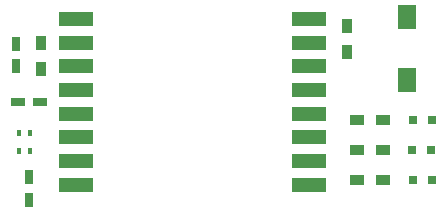
<source format=gtp>
G04 #@! TF.GenerationSoftware,KiCad,Pcbnew,no-vcs-found-c20cf4a~58~ubuntu16.04.1*
G04 #@! TF.CreationDate,2017-03-22T17:50:22+02:00*
G04 #@! TF.ProjectId,serial_gw_ATMEGA328P,73657269616C5F67775F41544D454741,rev?*
G04 #@! TF.FileFunction,Paste,Top*
G04 #@! TF.FilePolarity,Positive*
%FSLAX46Y46*%
G04 Gerber Fmt 4.6, Leading zero omitted, Abs format (unit mm)*
G04 Created by KiCad (PCBNEW no-vcs-found-c20cf4a~58~ubuntu16.04.1) date Wed Mar 22 17:50:22 2017*
%MOMM*%
%LPD*%
G01*
G04 APERTURE LIST*
%ADD10C,0.100000*%
%ADD11R,0.750000X1.200000*%
%ADD12R,1.600000X2.000000*%
%ADD13R,0.800000X0.800000*%
%ADD14R,1.200000X0.900000*%
%ADD15R,0.900000X1.200000*%
%ADD16R,3.000000X1.200000*%
%ADD17R,1.200000X0.750000*%
%ADD18R,0.400000X0.600000*%
G04 APERTURE END LIST*
D10*
D11*
X79502000Y-89662000D03*
X79502000Y-91562000D03*
D12*
X111506000Y-76040000D03*
X111506000Y-81440000D03*
D13*
X113614000Y-84836000D03*
X112014000Y-84836000D03*
X111938000Y-87376000D03*
X113538000Y-87376000D03*
X113614000Y-89916000D03*
X112014000Y-89916000D03*
D14*
X109474000Y-84836000D03*
X107274000Y-84836000D03*
X107274000Y-87376000D03*
X109474000Y-87376000D03*
X109474000Y-89916000D03*
X107274000Y-89916000D03*
D15*
X106426000Y-76878000D03*
X106426000Y-79078000D03*
D16*
X103180000Y-76264000D03*
X103180000Y-78264000D03*
X103180000Y-80264000D03*
X103180000Y-82264000D03*
X103180000Y-84264000D03*
X103180000Y-86264000D03*
X103180000Y-88264000D03*
X103180000Y-90264000D03*
X83480000Y-90264000D03*
X83480000Y-88264000D03*
X83480000Y-86264000D03*
X83480000Y-84264000D03*
X83480000Y-82264000D03*
X83480000Y-80264000D03*
X83480000Y-78264000D03*
X83480000Y-76264000D03*
D15*
X80500000Y-78300000D03*
X80500000Y-80500000D03*
D11*
X78400000Y-80250000D03*
X78400000Y-78350000D03*
D17*
X78550000Y-83300000D03*
X80450000Y-83300000D03*
D18*
X79550000Y-87400000D03*
X78650000Y-87400000D03*
X78650000Y-85900000D03*
X79550000Y-85900000D03*
M02*

</source>
